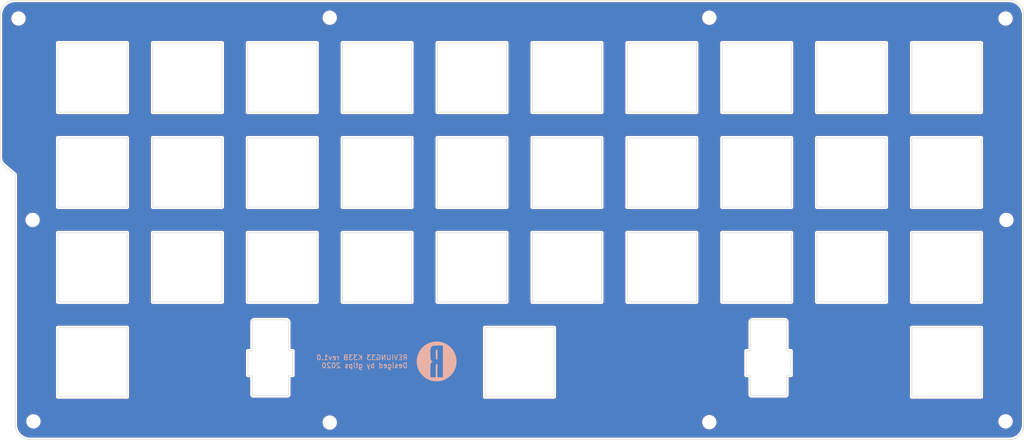
<source format=kicad_pcb>
(kicad_pcb (version 20171130) (host pcbnew "(5.1.6-0-10_14)")
  (title_block (title "REVIUNG33 TYPE0 TOP PLATE") (date 2020-07-22) (rev rev0.3))
  (layers (0 F.Cu signal) (31 B.Cu signal) (34 B.Paste user) (35 F.Paste user) (36 B.SilkS user) (37 F.SilkS user) (38 B.Mask user) (39 F.Mask user) (44 Edge.Cuts user))
  (net 0 "")
  (module _reviung-kbd:HOLE_2.2mm (layer F.Cu) (at 231.86 112.99)
    (fp_text reference Ref**)
    (fp_text value Val**)
    (pad "" np_thru_hole circle (at 0 0) (size 2.2 2.2) (drill 2.2) (layers *.Cu *.Mask))
  )
  (module _reviung-kbd:HOLE_2.2mm (layer F.Cu) (at 231.86 32.11)
    (fp_text reference Ref**)
    (fp_text value Val**)
    (pad "" np_thru_hole circle (at 0 0) (size 2.2 2.2) (drill 2.2) (layers *.Cu *.Mask))
  )
  (module _reviung-kbd:HOLE_2.2mm (layer F.Cu) (at 33.69 32.11)
    (fp_text reference Ref**)
    (fp_text value Val**)
    (pad "" np_thru_hole circle (at 0 0) (size 2.2 2.2) (drill 2.2) (layers *.Cu *.Mask))
  )
  (module _reviung-kbd:HOLE_2.2mm (layer F.Cu) (at 36.69 112.99)
    (fp_text reference Ref**)
    (fp_text value Val**)
    (pad "" np_thru_hole circle (at 0 0) (size 2.2 2.2) (drill 2.2) (layers *.Cu *.Mask))
  )
  (module _reviung-kbd:R-x4-ver1 (layer B.Cu) (at 117.65 100.94 180)
    (fp_text reference G*** hide)
    (fp_text value LOGO hide)
    (fp_poly (pts (xy 0.044685 2.318078) (xy 0.119655 2.289475) (xy 0.162313 2.246092) (xy 0.167647 2.214209) (xy 0.172379 2.145718) (xy 0.176485 2.046337) (xy 0.179938 1.921786) (xy 0.182713 1.777787) (xy 0.184784 1.620059) (xy 0.186128 1.454322) (xy 0.186717 1.286297) (xy 0.186527 1.121702) (xy 0.185532 0.966259) (xy 0.183708 0.825688) (xy 0.181028 0.705708) (xy 0.177467 0.61204) (xy 0.172999 0.550404) (xy 0.169918 0.531342) (xy 0.130637 0.451884) (xy 0.06279 0.402355) (xy -0.035168 0.381753) (xy -0.062449 0.381) (xy -0.148167 0.381) (xy -0.148167 2.328334) (xy -0.053913 2.328334) (xy 0.044685 2.318078)) (layer B.SilkS) (width 0.01))
    (fp_poly (pts (xy 0.260831 3.971907) (xy 0.657619 3.927411) (xy 1.049113 3.84315) (xy 1.432102 3.719153) (xy 1.784792 3.564753) (xy 2.140065 3.365757) (xy 2.466316 3.137992) (xy 2.762983 2.884027) (xy 3.029506 2.606432) (xy 3.265324 2.307776) (xy 3.469875 1.990627) (xy 3.642599 1.657554) (xy 3.782936 1.311127) (xy 3.890325 0.953913) (xy 3.964204 0.588483) (xy 4.004013 0.217404) (xy 4.009192 -0.156754) (xy 3.979179 -0.531422) (xy 3.913413 -0.904032) (xy 3.811335 -1.272014) (xy 3.672382 -1.632799) (xy 3.495995 -1.983819) (xy 3.281612 -2.322505) (xy 3.117447 -2.54) (xy 3.01386 -2.659791) (xy 2.887277 -2.793066) (xy 2.748426 -2.929468) (xy 2.608035 -3.058642) (xy 2.476834 -3.170231) (xy 2.413 -3.219968) (xy 2.074835 -3.446517) (xy 1.717158 -3.636755) (xy 1.343354 -3.789746) (xy 0.956806 -3.904554) (xy 0.5609 -3.980244) (xy 0.15902 -4.015881) (xy -0.245449 -4.010528) (xy -0.3999 -3.997471) (xy -0.80111 -3.934916) (xy -1.188135 -3.833797) (xy -1.558906 -3.696113) (xy -1.911356 -3.523861) (xy -2.243417 -3.319042) (xy -2.405034 -3.196166) (xy -1.248834 -3.196166) (xy -0.148167 -3.196166) (xy -0.148167 -0.550333) (xy -0.068792 -0.550645) (xy 0.033079 -0.56623) (xy 0.108528 -0.613568) (xy 0.153425 -0.677627) (xy 0.161291 -0.69595) (xy 0.167965 -0.719307) (xy 0.173544 -0.75109) (xy 0.178125 -0.794695) (xy 0.181804 -0.853514) (xy 0.184678 -0.930942) (xy 0.186846 -1.030372) (xy 0.188403 -1.155197) (xy 0.189446 -1.308811) (xy 0.190074 -1.494608) (xy 0.190381 -1.715982) (xy 0.190467 -1.973791) (xy 0.1905 -3.196166) (xy 1.272135 -3.196166) (xy 1.2653 -1.920875) (xy 1.26385 -1.656552) (xy 1.262465 -1.431061) (xy 1.261012 -1.240896) (xy 1.259357 -1.082557) (xy 1.257368 -0.952539) (xy 1.25491 -0.847341) (xy 1.25185 -0.76346) (xy 1.248056 -0.697393) (xy 1.243393 -0.645637) (xy 1.237728 -0.60469) (xy 1.230929 -0.571048) (xy 1.22286 -0.54121) (xy 1.21339 -0.511673) (xy 1.211423 -0.50581) (xy 1.139046 -0.35336) (xy 1.03426 -0.222376) (xy 0.903448 -0.120649) (xy 0.88912 -0.112351) (xy 0.786274 -0.054538) (xy 0.874679 -0.004649) (xy 1.003984 0.085595) (xy 1.104226 0.196637) (xy 1.180691 0.335442) (xy 1.22357 0.455084) (xy 1.233687 0.510884) (xy 1.242607 0.603106) (xy 1.250276 0.725854) (xy 1.256643 0.873232) (xy 1.261654 1.039344) (xy 1.265256 1.218293) (xy 1.267397 1.404185) (xy 1.268024 1.591123) (xy 1.267083 1.77321) (xy 1.264523 1.944551) (xy 1.260289 2.099251) (xy 1.25433 2.231412) (xy 1.246592 2.335139) (xy 1.240855 2.382738) (xy 1.20502 2.571884) (xy 1.158718 2.724329) (xy 1.099257 2.844984) (xy 1.023947 2.938761) (xy 0.930096 3.010572) (xy 0.882907 3.036147) (xy 0.822408 3.064367) (xy 0.763371 3.087968) (xy 0.701326 3.107416) (xy 0.631804 3.123182) (xy 0.550333 3.135733) (xy 0.452443 3.145537) (xy 0.333665 3.153064) (xy 0.189528 3.158781) (xy 0.015562 3.163158) (xy -0.192704 3.166662) (xy -0.386292 3.169143) (xy -1.248834 3.179293) (xy -1.248834 -3.196166) (xy -2.405034 -3.196166) (xy -2.553023 -3.083652) (xy -2.838105 -2.819689) (xy -3.096596 -2.529153) (xy -3.326429 -2.214042) (xy -3.525536 -1.876353) (xy -3.69185 -1.518085) (xy -3.823303 -1.141236) (xy -3.917828 -0.747805) (xy -3.94736 -0.568746) (xy -3.964041 -0.409312) (xy -3.974042 -0.222012) (xy -3.977364 -0.020784) (xy -3.974008 0.180436) (xy -3.963974 0.367711) (xy -3.947321 0.526692) (xy -3.868838 0.932723) (xy -3.751869 1.323193) (xy -3.59799 1.695957) (xy -3.408777 2.048871) (xy -3.185805 2.379792) (xy -2.930652 2.686577) (xy -2.644891 2.967083) (xy -2.3301 3.219165) (xy -1.987854 3.44068) (xy -1.690249 3.596864) (xy -1.31511 3.751641) (xy -0.929223 3.866504) (xy -0.535799 3.941483) (xy -0.138045 3.976607) (xy 0.260831 3.971907)) (layer B.SilkS) (width 0.01))
  )
  (module _reviung-kbd:HOLE_2.2mm (layer F.Cu) (at 96.18 31.95)
    (fp_text reference Ref**)
    (fp_text value Val**)
    (pad "" np_thru_hole circle (at 0 0) (size 2.2 2.2) (drill 2.2) (layers *.Cu *.Mask))
  )
  (module _reviung-kbd:HOLE_2.2mm (layer F.Cu) (at 172.38 31.95)
    (fp_text reference Ref**)
    (fp_text value Val**)
    (pad "" np_thru_hole circle (at 0 0) (size 2.2 2.2) (drill 2.2) (layers *.Cu *.Mask))
  )
  (module _reviung-kbd:HOLE_2.2mm (layer F.Cu) (at 232.03 72.55)
    (fp_text reference Ref**)
    (fp_text value Val**)
    (pad "" np_thru_hole circle (at 0 0) (size 2.2 2.2) (drill 2.2) (layers *.Cu *.Mask))
  )
  (module _reviung-kbd:HOLE_2.2mm (layer F.Cu) (at 172.38 113.15)
    (fp_text reference Ref**)
    (fp_text value Val**)
    (pad "" np_thru_hole circle (at 0 0) (size 2.2 2.2) (drill 2.2) (layers *.Cu *.Mask))
  )
  (module _reviung-kbd:HOLE_2.2mm (layer F.Cu) (at 96.18 113.23)
    (fp_text reference Ref**)
    (fp_text value Val**)
    (pad "" np_thru_hole circle (at 0 0) (size 2.2 2.2) (drill 2.2) (layers *.Cu *.Mask))
  )
  (module _reviung-kbd:HOLE_2.2mm (layer F.Cu) (at 36.53 72.55)
    (fp_text reference Ref**)
    (fp_text value Val**)
    (pad "" np_thru_hole circle (at 0 0) (size 2.2 2.2) (drill 2.2) (layers *.Cu *.Mask))
  )
  (gr_curve (pts (xy 33.025038 28.444994) (xy 31.368184 28.444994) (xy 30.025028 29.78815) (xy 30.025028 31.445004)) (layer Edge.Cuts) (width 0.1))
  (gr_line (start 117.800031 37.019987) (end 131.700043 37.019987) (layer Edge.Cuts) (width 0.1))
  (gr_curve (pts (xy 235.525015 31.445004) (xy 235.525015 29.78815) (xy 234.18188 28.444994) (xy 232.525026 28.444994)) (layer Edge.Cuts) (width 0.1))
  (gr_curve (pts (xy 235.525015 113.645004) (xy 235.525015 113.645004) (xy 235.525015 31.445004) (xy 235.525015 31.445004)) (layer Edge.Cuts) (width 0.1))
  (gr_curve (pts (xy 232.525026 116.644993) (xy 234.18188 116.644993) (xy 235.525015 115.301858) (xy 235.525015 113.645004)) (layer Edge.Cuts) (width 0.1))
  (gr_curve (pts (xy 36.025026 116.644993) (xy 36.025026 116.644993) (xy 232.525026 116.644993) (xy 232.525026 116.644993)) (layer Edge.Cuts) (width 0.1))
  (gr_curve (pts (xy 30.734997 61.544502) (xy 30.734997 61.544502) (xy 33.025038 63.47832) (xy 33.025038 63.47832)) (layer Edge.Cuts) (width 0.1))
  (gr_curve (pts (xy 30.025028 60.015719) (xy 30.025028 60.605003) (xy 30.284788 61.164314) (xy 30.734997 61.544502)) (layer Edge.Cuts) (width 0.1))
  (gr_curve (pts (xy 30.025028 31.445004) (xy 30.025028 31.445004) (xy 30.025028 60.015719) (xy 30.025028 60.015719)) (layer Edge.Cuts) (width 0.1))
  (gr_curve (pts (xy 232.525026 28.444994) (xy 232.525026 28.444994) (xy 33.025038 28.444994) (xy 33.025038 28.444994)) (layer Edge.Cuts) (width 0.1))
  (gr_line (start 41.600052 50.919978) (end 41.600074 37.019987) (layer Edge.Cuts) (width 0.1))
  (gr_line (start 55.500043 50.92) (end 41.600052 50.919978) (layer Edge.Cuts) (width 0.1))
  (gr_line (start 55.500065 56.069987) (end 55.500043 69.97) (layer Edge.Cuts) (width 0.1))
  (gr_line (start 41.600074 56.069987) (end 55.500065 56.069987) (layer Edge.Cuts) (width 0.1))
  (gr_line (start 41.600052 69.969978) (end 41.600074 56.069987) (layer Edge.Cuts) (width 0.1))
  (gr_line (start 55.500043 69.97) (end 41.600052 69.969978) (layer Edge.Cuts) (width 0.1))
  (gr_line (start 55.500065 75.119987) (end 55.500043 89.02) (layer Edge.Cuts) (width 0.1))
  (gr_line (start 41.600074 75.119987) (end 55.500065 75.119987) (layer Edge.Cuts) (width 0.1))
  (gr_line (start 41.600052 89.019978) (end 41.600074 75.119987) (layer Edge.Cuts) (width 0.1))
  (gr_line (start 55.500043 89.02) (end 41.600052 89.019978) (layer Edge.Cuts) (width 0.1))
  (gr_line (start 55.500065 94.169987) (end 55.500043 108.07) (layer Edge.Cuts) (width 0.1))
  (gr_line (start 74.550043 89.02) (end 60.650052 89.019978) (layer Edge.Cuts) (width 0.1))
  (gr_line (start 55.500065 37.019987) (end 55.500043 50.92) (layer Edge.Cuts) (width 0.1))
  (gr_line (start 41.600074 37.019987) (end 55.500065 37.019987) (layer Edge.Cuts) (width 0.1))
  (gr_line (start 41.600074 94.169987) (end 55.500065 94.169987) (layer Edge.Cuts) (width 0.1))
  (gr_line (start 41.600052 108.069978) (end 41.600074 94.169987) (layer Edge.Cuts) (width 0.1))
  (gr_line (start 55.500043 108.07) (end 41.600052 108.069978) (layer Edge.Cuts) (width 0.1))
  (gr_line (start 117.800031 69.969978) (end 117.800031 56.069987) (layer Edge.Cuts) (width 0.1))
  (gr_line (start 131.700022 69.97) (end 117.800031 69.969978) (layer Edge.Cuts) (width 0.1))
  (gr_line (start 131.700043 56.069987) (end 131.700022 69.97) (layer Edge.Cuts) (width 0.1))
  (gr_line (start 117.800031 56.069987) (end 131.700043 56.069987) (layer Edge.Cuts) (width 0.1))
  (gr_line (start 117.800031 50.919978) (end 117.800031 37.019987) (layer Edge.Cuts) (width 0.1))
  (gr_line (start 131.700022 50.92) (end 117.800031 50.919978) (layer Edge.Cuts) (width 0.1))
  (gr_line (start 131.700043 37.019987) (end 131.700022 50.92) (layer Edge.Cuts) (width 0.1))
  (gr_curve (pts (xy 33.025038 113.645004) (xy 33.025038 115.301858) (xy 34.368172 116.644993) (xy 36.025026 116.644993)) (layer Edge.Cuts) (width 0.1))
  (gr_curve (pts (xy 33.025038 63.47832) (xy 33.025038 63.47832) (xy 33.025038 113.645004) (xy 33.025038 113.645004)) (layer Edge.Cuts) (width 0.1))
  (gr_curve (pts (xy 79.760341 103.735661) (xy 79.760341 103.735661) (xy 79.760341 98.845584) (xy 79.760341 98.845584)) (layer Edge.Cuts) (width 0.1))
  (gr_curve (pts (xy 80.595712 103.735661) (xy 80.595712 103.735661) (xy 79.760341 103.735661) (xy 79.760341 103.735661)) (layer Edge.Cuts) (width 0.1))
  (gr_curve (pts (xy 80.595712 107.605041) (xy 80.595712 107.605041) (xy 80.595712 103.735661) (xy 80.595712 103.735661)) (layer Edge.Cuts) (width 0.1))
  (gr_curve (pts (xy 80.845697 107.855047) (xy 80.707635 107.855047) (xy 80.595712 107.743103) (xy 80.595712 107.605041)) (layer Edge.Cuts) (width 0.1))
  (gr_curve (pts (xy 87.670647 107.855047) (xy 87.670647 107.855047) (xy 80.845697 107.855047) (xy 80.845697 107.855047)) (layer Edge.Cuts) (width 0.1))
  (gr_curve (pts (xy 87.920653 107.605041) (xy 87.920653 107.743103) (xy 87.80873 107.855047) (xy 87.670647 107.855047)) (layer Edge.Cuts) (width 0.1))
  (gr_curve (pts (xy 87.920653 103.735661) (xy 87.920653 103.735661) (xy 87.920653 107.605041) (xy 87.920653 107.605041)) (layer Edge.Cuts) (width 0.1))
  (gr_curve (pts (xy 88.756002 103.735661) (xy 88.756002 103.735661) (xy 87.920653 103.735661) (xy 87.920653 103.735661)) (layer Edge.Cuts) (width 0.1))
  (gr_line (start 74.550065 37.019987) (end 74.550043 50.92) (layer Edge.Cuts) (width 0.1))
  (gr_line (start 60.650052 37.019987) (end 74.550065 37.019987) (layer Edge.Cuts) (width 0.1))
  (gr_line (start 60.650052 50.919978) (end 60.650052 37.019987) (layer Edge.Cuts) (width 0.1))
  (gr_line (start 74.550043 50.92) (end 60.650052 50.919978) (layer Edge.Cuts) (width 0.1))
  (gr_line (start 74.550065 56.069987) (end 74.550043 69.97) (layer Edge.Cuts) (width 0.1))
  (gr_line (start 60.650052 56.069987) (end 74.550065 56.069987) (layer Edge.Cuts) (width 0.1))
  (gr_line (start 60.650052 69.969978) (end 60.650052 56.069987) (layer Edge.Cuts) (width 0.1))
  (gr_line (start 74.550043 69.97) (end 60.650052 69.969978) (layer Edge.Cuts) (width 0.1))
  (gr_line (start 74.550065 75.119987) (end 74.550043 89.02) (layer Edge.Cuts) (width 0.1))
  (gr_line (start 60.650052 75.119987) (end 74.550065 75.119987) (layer Edge.Cuts) (width 0.1))
  (gr_line (start 60.650052 89.019978) (end 60.650052 75.119987) (layer Edge.Cuts) (width 0.1))
  (gr_line (start 79.700052 37.019987) (end 93.600043 37.019987) (layer Edge.Cuts) (width 0.1))
  (gr_line (start 79.700031 50.919978) (end 79.700052 37.019987) (layer Edge.Cuts) (width 0.1))
  (gr_line (start 93.600043 50.92) (end 79.700031 50.919978) (layer Edge.Cuts) (width 0.1))
  (gr_line (start 93.600043 56.069987) (end 93.600043 69.97) (layer Edge.Cuts) (width 0.1))
  (gr_line (start 79.700052 56.069987) (end 93.600043 56.069987) (layer Edge.Cuts) (width 0.1))
  (gr_line (start 79.700031 69.969978) (end 79.700052 56.069987) (layer Edge.Cuts) (width 0.1))
  (gr_line (start 93.600043 69.97) (end 79.700031 69.969978) (layer Edge.Cuts) (width 0.1))
  (gr_line (start 93.600043 75.119987) (end 93.600043 89.02) (layer Edge.Cuts) (width 0.1))
  (gr_line (start 79.700052 75.119987) (end 93.600043 75.119987) (layer Edge.Cuts) (width 0.1))
  (gr_line (start 79.700031 89.019978) (end 79.700052 75.119987) (layer Edge.Cuts) (width 0.1))
  (gr_line (start 93.600043 89.02) (end 79.700031 89.019978) (layer Edge.Cuts) (width 0.1))
  (gr_curve (pts (xy 88.756002 98.845584) (xy 88.756002 98.845584) (xy 88.756002 103.735661) (xy 88.756002 103.735661)) (layer Edge.Cuts) (width 0.1))
  (gr_curve (pts (xy 87.920653 98.845584) (xy 87.920653 98.845584) (xy 88.756002 98.845584) (xy 88.756002 98.845584)) (layer Edge.Cuts) (width 0.1))
  (gr_curve (pts (xy 87.920653 93.090208) (xy 87.920653 93.090208) (xy 87.920653 98.845584) (xy 87.920653 98.845584)) (layer Edge.Cuts) (width 0.1))
  (gr_curve (pts (xy 87.420662 92.590195) (xy 87.696786 92.590195) (xy 87.920653 92.814062) (xy 87.920653 93.090208)) (layer Edge.Cuts) (width 0.1))
  (gr_curve (pts (xy 81.095703 92.590195) (xy 81.095703 92.590195) (xy 87.420662 92.590195) (xy 87.420662 92.590195)) (layer Edge.Cuts) (width 0.1))
  (gr_curve (pts (xy 80.595712 93.090208) (xy 80.595712 92.814062) (xy 80.819557 92.590195) (xy 81.095703 92.590195)) (layer Edge.Cuts) (width 0.1))
  (gr_curve (pts (xy 80.595712 98.845584) (xy 80.595712 98.845584) (xy 80.595712 93.090208) (xy 80.595712 93.090208)) (layer Edge.Cuts) (width 0.1))
  (gr_curve (pts (xy 79.760341 98.845584) (xy 79.760341 98.845584) (xy 80.595712 98.845584) (xy 80.595712 98.845584)) (layer Edge.Cuts) (width 0.1))
  (gr_line (start 141.225022 94.169987) (end 141.225 108.07) (layer Edge.Cuts) (width 0.1))
  (gr_line (start 127.325031 94.169987) (end 141.225022 94.169987) (layer Edge.Cuts) (width 0.1))
  (gr_line (start 127.325009 108.069978) (end 127.325031 94.169987) (layer Edge.Cuts) (width 0.1))
  (gr_line (start 141.225 108.07) (end 127.325009 108.069978) (layer Edge.Cuts) (width 0.1))
  (gr_line (start 117.800031 89.019978) (end 117.800031 75.119987) (layer Edge.Cuts) (width 0.1))
  (gr_line (start 131.700022 89.02) (end 117.800031 89.019978) (layer Edge.Cuts) (width 0.1))
  (gr_line (start 131.700043 75.119987) (end 131.700022 89.02) (layer Edge.Cuts) (width 0.1))
  (gr_line (start 117.800031 75.119987) (end 131.700043 75.119987) (layer Edge.Cuts) (width 0.1))
  (gr_line (start 112.650043 37.019987) (end 112.650022 50.92) (layer Edge.Cuts) (width 0.1))
  (gr_line (start 98.750052 37.019987) (end 112.650043 37.019987) (layer Edge.Cuts) (width 0.1))
  (gr_line (start 98.750031 50.919978) (end 98.750052 37.019987) (layer Edge.Cuts) (width 0.1))
  (gr_line (start 112.650022 50.92) (end 98.750031 50.919978) (layer Edge.Cuts) (width 0.1))
  (gr_line (start 112.650043 56.069987) (end 112.650022 69.97) (layer Edge.Cuts) (width 0.1))
  (gr_line (start 98.750052 56.069987) (end 112.650043 56.069987) (layer Edge.Cuts) (width 0.1))
  (gr_line (start 98.750031 69.969978) (end 98.750052 56.069987) (layer Edge.Cuts) (width 0.1))
  (gr_line (start 112.650022 69.97) (end 98.750031 69.969978) (layer Edge.Cuts) (width 0.1))
  (gr_line (start 112.650043 75.119987) (end 112.650022 89.02) (layer Edge.Cuts) (width 0.1))
  (gr_line (start 98.750052 75.119987) (end 112.650043 75.119987) (layer Edge.Cuts) (width 0.1))
  (gr_line (start 98.750031 89.019978) (end 98.750052 75.119987) (layer Edge.Cuts) (width 0.1))
  (gr_line (start 112.650022 89.02) (end 98.750031 89.019978) (layer Edge.Cuts) (width 0.1))
  (gr_line (start 93.600043 37.019987) (end 93.600043 50.92) (layer Edge.Cuts) (width 0.1))
  (gr_line (start 169.8 50.92) (end 155.900009 50.919978) (layer Edge.Cuts) (width 0.1))
  (gr_line (start 169.800022 56.069987) (end 169.8 69.97) (layer Edge.Cuts) (width 0.1))
  (gr_line (start 155.900031 56.069987) (end 169.800022 56.069987) (layer Edge.Cuts) (width 0.1))
  (gr_line (start 155.900009 69.969978) (end 155.900031 56.069987) (layer Edge.Cuts) (width 0.1))
  (gr_line (start 169.8 69.97) (end 155.900009 69.969978) (layer Edge.Cuts) (width 0.1))
  (gr_line (start 169.800022 75.119987) (end 169.8 89.02) (layer Edge.Cuts) (width 0.1))
  (gr_line (start 155.900031 75.119987) (end 169.800022 75.119987) (layer Edge.Cuts) (width 0.1))
  (gr_line (start 155.900009 89.019978) (end 155.900031 75.119987) (layer Edge.Cuts) (width 0.1))
  (gr_line (start 169.8 89.02) (end 155.900009 89.019978) (layer Edge.Cuts) (width 0.1))
  (gr_line (start 150.750022 37.019987) (end 150.750022 50.92) (layer Edge.Cuts) (width 0.1))
  (gr_line (start 136.850031 37.019987) (end 150.750022 37.019987) (layer Edge.Cuts) (width 0.1))
  (gr_line (start 136.850009 50.919978) (end 136.850031 37.019987) (layer Edge.Cuts) (width 0.1))
  (gr_line (start 150.750022 50.92) (end 136.850009 50.919978) (layer Edge.Cuts) (width 0.1))
  (gr_line (start 150.750022 56.069987) (end 150.750022 69.97) (layer Edge.Cuts) (width 0.1))
  (gr_line (start 136.850031 56.069987) (end 150.750022 56.069987) (layer Edge.Cuts) (width 0.1))
  (gr_line (start 136.850009 69.969978) (end 136.850031 56.069987) (layer Edge.Cuts) (width 0.1))
  (gr_line (start 150.750022 69.97) (end 136.850009 69.969978) (layer Edge.Cuts) (width 0.1))
  (gr_line (start 150.750022 75.119987) (end 150.750022 89.02) (layer Edge.Cuts) (width 0.1))
  (gr_line (start 136.850031 75.119987) (end 150.750022 75.119987) (layer Edge.Cuts) (width 0.1))
  (gr_line (start 136.850009 89.019978) (end 136.850031 75.119987) (layer Edge.Cuts) (width 0.1))
  (gr_line (start 150.750022 89.02) (end 136.850009 89.019978) (layer Edge.Cuts) (width 0.1))
  (gr_curve (pts (xy 187.937438 93.090208) (xy 187.937438 93.090208) (xy 187.937438 98.845584) (xy 187.937438 98.845584)) (layer Edge.Cuts) (width 0.1))
  (gr_curve (pts (xy 187.437447 92.590195) (xy 187.713593 92.590195) (xy 187.937438 92.814062) (xy 187.937438 93.090208)) (layer Edge.Cuts) (width 0.1))
  (gr_curve (pts (xy 181.112488 92.590195) (xy 181.112488 92.590195) (xy 187.437447 92.590195) (xy 187.437447 92.590195)) (layer Edge.Cuts) (width 0.1))
  (gr_curve (pts (xy 180.612497 93.090208) (xy 180.612497 92.814062) (xy 180.836364 92.590195) (xy 181.112488 92.590195)) (layer Edge.Cuts) (width 0.1))
  (gr_curve (pts (xy 180.612497 98.845584) (xy 180.612497 98.845584) (xy 180.612497 93.090208) (xy 180.612497 93.090208)) (layer Edge.Cuts) (width 0.1))
  (gr_curve (pts (xy 179.777148 98.845584) (xy 179.777148 98.845584) (xy 180.612497 98.845584) (xy 180.612497 98.845584)) (layer Edge.Cuts) (width 0.1))
  (gr_curve (pts (xy 179.777148 103.735661) (xy 179.777148 103.735661) (xy 179.777148 98.845584) (xy 179.777148 98.845584)) (layer Edge.Cuts) (width 0.1))
  (gr_curve (pts (xy 180.612497 103.735661) (xy 180.612497 103.735661) (xy 179.777148 103.735661) (xy 179.777148 103.735661)) (layer Edge.Cuts) (width 0.1))
  (gr_curve (pts (xy 180.612497 107.605041) (xy 180.612497 107.605041) (xy 180.612497 103.735661) (xy 180.612497 103.735661)) (layer Edge.Cuts) (width 0.1))
  (gr_curve (pts (xy 180.862503 107.855047) (xy 180.72442 107.855047) (xy 180.612497 107.743103) (xy 180.612497 107.605041)) (layer Edge.Cuts) (width 0.1))
  (gr_curve (pts (xy 187.687453 107.855047) (xy 187.687453 107.855047) (xy 180.862503 107.855047) (xy 180.862503 107.855047)) (layer Edge.Cuts) (width 0.1))
  (gr_curve (pts (xy 187.937438 107.605041) (xy 187.937438 107.743103) (xy 187.825515 107.855047) (xy 187.687453 107.855047)) (layer Edge.Cuts) (width 0.1))
  (gr_curve (pts (xy 187.937438 103.735661) (xy 187.937438 103.735661) (xy 187.937438 107.605041) (xy 187.937438 107.605041)) (layer Edge.Cuts) (width 0.1))
  (gr_curve (pts (xy 188.772809 103.735661) (xy 188.772809 103.735661) (xy 187.937438 103.735661) (xy 187.937438 103.735661)) (layer Edge.Cuts) (width 0.1))
  (gr_line (start 169.800022 37.019987) (end 169.8 50.92) (layer Edge.Cuts) (width 0.1))
  (gr_line (start 155.900031 37.019987) (end 169.800022 37.019987) (layer Edge.Cuts) (width 0.1))
  (gr_line (start 155.900009 50.919978) (end 155.900031 37.019987) (layer Edge.Cuts) (width 0.1))
  (gr_line (start 207.9 69.97) (end 193.999987 69.969978) (layer Edge.Cuts) (width 0.1))
  (gr_line (start 207.9 75.119987) (end 207.9 89.02) (layer Edge.Cuts) (width 0.1))
  (gr_line (start 194.000009 75.119987) (end 207.9 75.119987) (layer Edge.Cuts) (width 0.1))
  (gr_line (start 193.999987 89.019978) (end 194.000009 75.119987) (layer Edge.Cuts) (width 0.1))
  (gr_line (start 207.9 89.02) (end 193.999987 89.019978) (layer Edge.Cuts) (width 0.1))
  (gr_line (start 188.850022 37.019987) (end 188.85 50.92) (layer Edge.Cuts) (width 0.1))
  (gr_line (start 174.950009 37.019987) (end 188.850022 37.019987) (layer Edge.Cuts) (width 0.1))
  (gr_line (start 174.950009 50.919978) (end 174.950009 37.019987) (layer Edge.Cuts) (width 0.1))
  (gr_line (start 188.85 50.92) (end 174.950009 50.919978) (layer Edge.Cuts) (width 0.1))
  (gr_line (start 188.850022 56.069987) (end 188.85 69.97) (layer Edge.Cuts) (width 0.1))
  (gr_line (start 174.950009 56.069987) (end 188.850022 56.069987) (layer Edge.Cuts) (width 0.1))
  (gr_line (start 174.950009 69.969978) (end 174.950009 56.069987) (layer Edge.Cuts) (width 0.1))
  (gr_line (start 188.85 69.97) (end 174.950009 69.969978) (layer Edge.Cuts) (width 0.1))
  (gr_line (start 188.850022 75.119987) (end 188.85 89.02) (layer Edge.Cuts) (width 0.1))
  (gr_line (start 174.950009 75.119987) (end 188.850022 75.119987) (layer Edge.Cuts) (width 0.1))
  (gr_line (start 174.950009 89.019978) (end 174.950009 75.119987) (layer Edge.Cuts) (width 0.1))
  (gr_line (start 188.85 89.02) (end 174.950009 89.019978) (layer Edge.Cuts) (width 0.1))
  (gr_curve (pts (xy 188.772809 98.845584) (xy 188.772809 98.845584) (xy 188.772809 103.735661) (xy 188.772809 103.735661)) (layer Edge.Cuts) (width 0.1))
  (gr_curve (pts (xy 187.937438 98.845584) (xy 187.937438 98.845584) (xy 188.772809 98.845584) (xy 188.772809 98.845584)) (layer Edge.Cuts) (width 0.1))
  (gr_line (start 207.9 56.069987) (end 207.9 69.97) (layer Edge.Cuts) (width 0.1))
  (gr_line (start 194.000009 56.069987) (end 207.9 56.069987) (layer Edge.Cuts) (width 0.1))
  (gr_line (start 193.999987 69.969978) (end 194.000009 56.069987) (layer Edge.Cuts) (width 0.1))
  (gr_line (start 213.049987 75.119987) (end 226.95 75.119987) (layer Edge.Cuts) (width 0.1))
  (gr_line (start 213.049987 89.019978) (end 213.049987 75.119987) (layer Edge.Cuts) (width 0.1))
  (gr_line (start 226.949979 89.02) (end 213.049987 89.019978) (layer Edge.Cuts) (width 0.1))
  (gr_line (start 226.95 94.169987) (end 226.949979 108.07) (layer Edge.Cuts) (width 0.1))
  (gr_line (start 226.95 37.019987) (end 226.949979 50.92) (layer Edge.Cuts) (width 0.1))
  (gr_line (start 213.049987 37.019987) (end 226.95 37.019987) (layer Edge.Cuts) (width 0.1))
  (gr_line (start 213.049987 50.919978) (end 213.049987 37.019987) (layer Edge.Cuts) (width 0.1))
  (gr_line (start 226.949979 50.92) (end 213.049987 50.919978) (layer Edge.Cuts) (width 0.1))
  (gr_line (start 226.95 56.069987) (end 226.949979 69.97) (layer Edge.Cuts) (width 0.1))
  (gr_line (start 213.049987 56.069987) (end 226.95 56.069987) (layer Edge.Cuts) (width 0.1))
  (gr_line (start 213.049987 69.969978) (end 213.049987 56.069987) (layer Edge.Cuts) (width 0.1))
  (gr_line (start 226.949979 69.97) (end 213.049987 69.969978) (layer Edge.Cuts) (width 0.1))
  (gr_line (start 226.95 75.119987) (end 226.949979 89.02) (layer Edge.Cuts) (width 0.1))
  (gr_line (start 213.049987 94.169987) (end 226.95 94.169987) (layer Edge.Cuts) (width 0.1))
  (gr_line (start 213.049987 108.069978) (end 213.049987 94.169987) (layer Edge.Cuts) (width 0.1))
  (gr_line (start 226.949979 108.07) (end 213.049987 108.069978) (layer Edge.Cuts) (width 0.1))
  (gr_line (start 207.9 37.019987) (end 207.9 50.92) (layer Edge.Cuts) (width 0.1))
  (gr_line (start 194.000009 37.019987) (end 207.9 37.019987) (layer Edge.Cuts) (width 0.1))
  (gr_line (start 193.999987 50.919978) (end 194.000009 37.019987) (layer Edge.Cuts) (width 0.1))
  (gr_line (start 207.9 50.92) (end 193.999987 50.919978) (layer Edge.Cuts) (width 0.1))
  (gr_text "REVIUNG33 K33B rev1.0\nDesiged by gtips 2020" (at 111.9 100.98) (layer B.SilkS) (effects (font (size 1 1)) (justify left mirror)))
  (zone (net 0) (net_name "") (layer F.Cu) (connect_pads (clearance 0.35)) (min_thickness 0.254) (fill yes (arc_segments 32) (thermal_gap 0.508) (thermal_bridge_width 0.508))
    (polygon (pts (xy 232.7 28.64) (xy 234.02 29.06) (xy 235 30.06) (xy 235.4 31.42) (xy 235.3 114) (xy 234.9 115.2) (xy 233.7 116.1) (xy 232.6 116.4) (xy 35.9 116.5) (xy 34.7 116.1) (xy 33.6 115.1) (xy 33.2 113.9) (xy 33.2 63.4) (xy 30.81 61.37) (xy 30.34 60.75) (xy 30.2 59.88) (xy 30.2 31.6) (xy 30.5 30.3) (xy 31.4 29.2) (xy 33 28.6)))
  )
  (zone (net 0) (net_name "") (layer B.Cu) (connect_pads (clearance 0.35)) (min_thickness 0.254) (fill yes (arc_segments 32) (thermal_gap 0.508) (thermal_bridge_width 0.508))
    (polygon (pts (xy 232.69 28.63) (xy 234 29.1) (xy 235 30.1) (xy 235.4 31.4) (xy 235.3 114) (xy 234.9 115.2) (xy 233.7 116.1) (xy 232.6 116.4) (xy 35.9 116.5) (xy 34.7 116.1) (xy 33.6 115.1) (xy 33.2 113.9) (xy 33.2 63.4) (xy 30.82 61.38) (xy 30.34 60.74) (xy 30.21 59.89) (xy 30.18 33.16) (xy 30.2 31.4) (xy 30.3 30.6) (xy 30.9 29.6) (xy 31.8 28.9) (xy 33 28.6)))
  )
)
</source>
